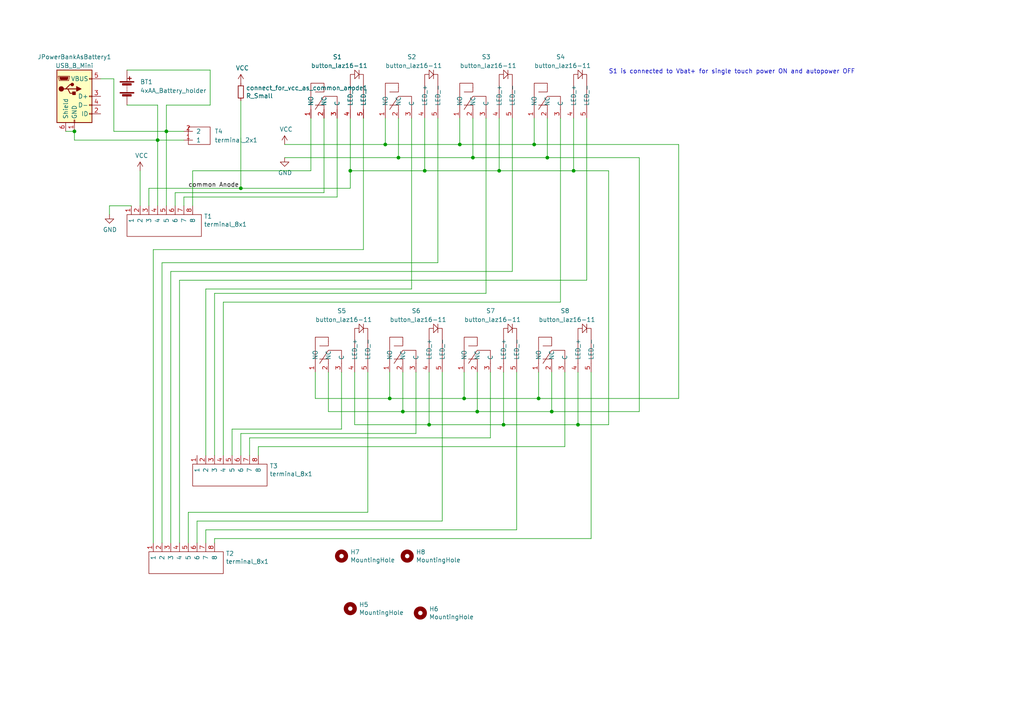
<source format=kicad_sch>
(kicad_sch (version 20211123) (generator eeschema)
  (paper "A4")
  (lib_symbols
    (symbol "Luciebox_components:4xAA_Battery_holder" (pin_numbers hide) (pin_names (offset 0) hide)
      (property "Reference" "BT" (at 2.54 2.54 0))
      (property "Value" "4xAA_Battery_holder" (at 2.54 0 0))
      (symbol "4xAA_Battery_holder_0_1"
        (rectangle (start -2.032 -1.397) (end 2.032 -1.651) (fill (type outline)))
        (rectangle (start -2.032 1.778) (end 2.032 1.524) (fill (type outline)))
        (rectangle (start -1.3208 -1.9812) (end 1.27 -2.4892) (fill (type outline)))
        (rectangle (start -1.3208 1.1938) (end 1.27 0.6858) (fill (type outline)))
        (polyline (pts (xy 0 -1.524) (xy 0 -1.27)))
        (polyline (pts (xy 0 -1.016) (xy 0 -0.762)))
        (polyline (pts (xy 0 -0.508) (xy 0 -0.254)))
        (polyline (pts (xy 0 0) (xy 0 0.254)))
        (polyline (pts (xy 0 0.508) (xy 0 0.762)))
        (polyline (pts (xy 0 1.778) (xy 0 2.54)))
        (polyline (pts (xy 0.254 2.667) (xy 1.27 2.667)) (stroke (width 0.254)))
        (polyline (pts (xy 0.762 3.175) (xy 0.762 2.159)) (stroke (width 0.254)))
      )
      (symbol "4xAA_Battery_holder_1_1"
        (pin passive line (at 0 5.08 270) (length 2.54) (name "+") (number "1"))
        (pin passive line (at 0 -5.08 90) (length 2.54) (name "-") (number "2"))
      )
    )
    (symbol "Luciebox_components:MountingHole" (pin_names (offset 1.016))
      (property "Reference" "H" (at 0 5.08 0))
      (property "Value" "MountingHole" (at 0 3.175 0))
      (symbol "MountingHole_0_1"
        (circle (center 0 0) (radius 1.27) (stroke (width 1.27)))
      )
    )
    (symbol "Luciebox_components:R_Small" (pin_numbers hide) (pin_names (offset 0.254) hide)
      (property "Reference" "R" (at 0.762 0.508 0))
      (property "Value" "R_Small" (at 0.762 -1.016 0))
      (symbol "R_Small_0_1"
        (rectangle (start -0.762 1.778) (end 0.762 -1.778) (stroke (width 0.2032)))
      )
      (symbol "R_Small_1_1"
        (pin passive line (at 0 2.54 270) (length 0.762) (name "~") (number "1"))
        (pin passive line (at 0 -2.54 90) (length 0.762) (name "~") (number "2"))
      )
    )
    (symbol "Luciebox_components:USB_B_Mini" (pin_names (offset 1.016))
      (property "Reference" "J" (at -5.08 11.43 0))
      (property "Value" "USB_B_Mini" (at -5.08 8.89 0))
      (symbol "USB_B_Mini_0_1"
        (rectangle (start -5.08 -7.62) (end 5.08 7.62) (stroke (width 0.254)) (fill (type background)))
        (circle (center -3.81 2.159) (radius 0.635) (stroke (width 0.254)) (fill (type outline)))
        (circle (center -0.635 3.429) (radius 0.381) (stroke (width 0.254)) (fill (type outline)))
        (rectangle (start -0.127 -7.62) (end 0.127 -6.858))
        (polyline (pts (xy -1.905 2.159) (xy 0.635 2.159)) (stroke (width 0.254)))
        (polyline (pts (xy -3.175 2.159) (xy -2.54 2.159) (xy -1.27 3.429) (xy -0.635 3.429)) (stroke (width 0.254)))
        (polyline (pts (xy -2.54 2.159) (xy -1.905 2.159) (xy -1.27 0.889) (xy 0 0.889)) (stroke (width 0.254)))
        (polyline (pts (xy 0.635 2.794) (xy 0.635 1.524) (xy 1.905 2.159) (xy 0.635 2.794)) (stroke (width 0.254)) (fill (type outline)))
        (polyline (pts (xy -4.318 5.588) (xy -1.778 5.588) (xy -2.032 4.826) (xy -4.064 4.826) (xy -4.318 5.588)) (fill (type outline)))
        (polyline (pts (xy -4.699 5.842) (xy -4.699 5.588) (xy -4.445 4.826) (xy -4.445 4.572) (xy -1.651 4.572) (xy -1.651 4.826) (xy -1.397 5.588) (xy -1.397 5.842) (xy -4.699 5.842)))
        (rectangle (start 0.254 1.27) (end -0.508 0.508) (stroke (width 0.254)) (fill (type outline)))
        (rectangle (start 5.08 -5.207) (end 4.318 -4.953))
        (rectangle (start 5.08 -2.667) (end 4.318 -2.413))
        (rectangle (start 5.08 -0.127) (end 4.318 0.127))
        (rectangle (start 5.08 4.953) (end 4.318 5.207))
      )
      (symbol "USB_B_Mini_1_1"
        (pin power_out line (at 0 -10.16 90) (length 2.54) (name "GND") (number "1"))
        (pin passive line (at 7.62 -5.08 180) (length 2.54) (name "ID") (number "2"))
        (pin passive line (at 7.62 0 180) (length 2.54) (name "D+") (number "3"))
        (pin passive line (at 7.62 -2.54 180) (length 2.54) (name "D-") (number "4"))
        (pin power_out line (at 7.62 5.08 180) (length 2.54) (name "VBUS") (number "5"))
        (pin passive line (at -2.54 -10.16 90) (length 2.54) (name "Shield") (number "6"))
      )
    )
    (symbol "Luciebox_components:button_laz16-11" (pin_names (offset 1.016))
      (property "Reference" "S" (at -1.27 6.35 0))
      (property "Value" "button_laz16-11" (at -1.27 6.35 0))
      (symbol "button_laz16-11_0_1"
        (polyline (pts (xy 6.35 -17.78) (xy 8.89 -17.78)))
        (polyline (pts (xy 3.81 -7.62) (xy 2.54 -7.62) (xy 2.54 -5.08)))
        (polyline (pts (xy -2.54 -11.43) (xy 1.27 -11.43) (xy 1.27 -7.62) (xy -2.54 -5.08)))
        (polyline (pts (xy -2.54 -3.81) (xy 5.08 -3.81) (xy 5.08 -7.62) (xy 3.81 -7.62)))
        (polyline (pts (xy -1.27 -5.08) (xy -1.27 -7.62) (xy -2.54 -7.62) (xy -1.27 -7.62)))
        (polyline (pts (xy 7.62 -17.78) (xy 7.62 -19.05) (xy -2.54 -19.05) (xy 2.54 -19.05)))
        (polyline (pts (xy -2.54 -15.24) (xy 7.62 -15.24) (xy 7.62 -16.51) (xy 6.35 -16.51) (xy 7.62 -17.78) (xy 8.89 -16.51) (xy 7.62 -16.51)))
      )
      (symbol "button_laz16-11_1_1"
        (pin input line (at -5.08 -3.81 0) (length 2.54) (name "NO") (number "1"))
        (pin input line (at -5.08 -7.62 0) (length 2.54) (name "NC") (number "2"))
        (pin input line (at -5.08 -11.43 0) (length 2.54) (name "C") (number "3"))
        (pin input line (at -5.08 -15.24 0) (length 2.54) (name "LED_+") (number "4"))
        (pin input line (at -5.08 -19.05 0) (length 2.54) (name "LED_-") (number "5"))
      )
    )
    (symbol "Luciebox_components:button_square" (pin_names (offset 1.016))
      (property "Reference" "S" (at -1.27 6.35 0))
      (property "Value" "button_square" (at -1.27 6.35 0))
      (symbol "button_square_0_1"
        (polyline (pts (xy 6.35 -17.78) (xy 8.89 -17.78)))
        (polyline (pts (xy 3.81 -7.62) (xy 2.54 -7.62) (xy 2.54 -5.08)))
        (polyline (pts (xy -2.54 -11.43) (xy 1.27 -11.43) (xy 1.27 -7.62) (xy -2.54 -5.08)))
        (polyline (pts (xy -2.54 -3.81) (xy 5.08 -3.81) (xy 5.08 -7.62) (xy 3.81 -7.62)))
        (polyline (pts (xy -1.27 -5.08) (xy -1.27 -7.62) (xy -2.54 -7.62) (xy -1.27 -7.62)))
        (polyline (pts (xy 7.62 -17.78) (xy 7.62 -19.05) (xy -2.54 -19.05) (xy 2.54 -19.05)))
        (polyline (pts (xy -2.54 -15.24) (xy 7.62 -15.24) (xy 7.62 -16.51) (xy 6.35 -16.51) (xy 7.62 -17.78) (xy 8.89 -16.51) (xy 7.62 -16.51)))
      )
      (symbol "button_square_1_1"
        (pin input line (at -5.08 -3.81 0) (length 2.54) (name "NO") (number "1"))
        (pin input line (at -5.08 -7.62 0) (length 2.54) (name "NC") (number "2"))
        (pin input line (at -5.08 -11.43 0) (length 2.54) (name "C") (number "3"))
        (pin input line (at -5.08 -15.24 0) (length 2.54) (name "LED_+") (number "4"))
        (pin input line (at -5.08 -19.05 0) (length 2.54) (name "LED_-") (number "5"))
      )
    )
    (symbol "Luciebox_components:terminal_2x1" (pin_names (offset 1.016))
      (property "Reference" "T" (at 0 6.35 0))
      (property "Value" "terminal_2x1" (at 2.54 -5.08 0))
      (symbol "terminal_2x1_0_0"
        (pin input line (at -1.27 0 0) (length 2.54) (name "1") (number "1"))
        (pin input line (at -1.27 2.54 0) (length 2.54) (name "2") (number "2"))
      )
      (symbol "terminal_2x1_0_1"
        (rectangle (start 0 3.81) (end 6.35 -1.27))
      )
    )
    (symbol "Luciebox_components:terminal_8x1" (pin_names (offset 1.016))
      (property "Reference" "T" (at -1.27 27.94 0))
      (property "Value" "terminal_8x1" (at 2.54 -5.08 0))
      (symbol "terminal_8x1_0_0"
        (pin input line (at -1.27 0 0) (length 2.54) (name "1") (number "1"))
        (pin input line (at -1.27 2.54 0) (length 2.54) (name "2") (number "2"))
        (pin input line (at -1.27 5.08 0) (length 2.54) (name "3") (number "3"))
        (pin input line (at -1.27 7.62 0) (length 2.54) (name "4") (number "4"))
        (pin input line (at -1.27 10.16 0) (length 2.54) (name "5") (number "5"))
        (pin input line (at -1.27 12.7 0) (length 2.54) (name "6") (number "6"))
        (pin input line (at -1.27 15.24 0) (length 2.54) (name "7") (number "7"))
        (pin input line (at -1.27 17.78 0) (length 2.54) (name "8") (number "8"))
      )
      (symbol "terminal_8x1_0_1"
        (rectangle (start 1.27 20.32) (end 7.62 -1.27))
      )
    )
    (symbol "power:GND" (power) (pin_names (offset 0))
      (property "Value" "GND" (at 0 -3.81 0))
      (symbol "GND_0_1"
        (polyline (pts (xy 0 0) (xy 0 -1.27) (xy 1.27 -1.27) (xy 0 -2.54) (xy -1.27 -1.27) (xy 0 -1.27)))
      )
      (symbol "GND_1_1"
        (pin power_in line (at 0 0 270) (length 0) hide (name "GND") (number "1"))
      )
    )
    (symbol "power:VCC" (power) (pin_names (offset 0))
      (property "Value" "VCC" (at 0 3.81 0))
      (symbol "VCC_0_1"
        (polyline (pts (xy -0.762 1.27) (xy 0 2.54)))
        (polyline (pts (xy 0 0) (xy 0 2.54)))
        (polyline (pts (xy 0 2.54) (xy 0.762 1.27)))
      )
      (symbol "VCC_1_1"
        (pin power_in line (at 0 0 90) (length 0) hide (name "VCC") (number "1"))
      )
    )
  )
  (junction (at 156.21 115.57))
  (junction (at 124.46 123.19))
  (junction (at 21.59 38.1))
  (junction (at 160.02 119.38))
  (junction (at 116.84 119.38))
  (junction (at 146.05 123.19))
  (junction (at 144.78 49.53))
  (junction (at 48.26 38.1))
  (junction (at 115.57 45.72))
  (junction (at 138.43 119.38))
  (junction (at 111.76 41.91))
  (junction (at 166.37 49.53))
  (junction (at 123.19 49.53))
  (junction (at 167.64 123.19))
  (junction (at 45.72 40.64))
  (junction (at 101.6 49.53))
  (junction (at 133.35 41.91))
  (junction (at 158.75 45.72))
  (junction (at 113.03 115.57))
  (junction (at 69.85 54.61))
  (junction (at 134.62 115.57))
  (junction (at 137.16 45.72))
  (junction (at 154.94 41.91))
  (wire (pts (xy 111.76 41.91) (xy 133.35 41.91)))
  (wire (pts (xy 69.85 54.61) (xy 101.6 54.61)))
  (wire (pts (xy 137.16 45.72) (xy 158.75 45.72)))
  (wire (pts (xy 142.24 127) (xy 72.39 127)))
  (wire (pts (xy 115.57 45.72) (xy 137.16 45.72)))
  (wire (pts (xy 176.53 123.19) (xy 167.64 123.19)))
  (wire (pts (xy 43.18 54.61) (xy 69.85 54.61)))
  (wire (pts (xy 44.45 72.39) (xy 105.41 72.39)))
  (wire (pts (xy 120.65 107.95) (xy 120.65 125.73)))
  (wire (pts (xy 196.85 41.91) (xy 196.85 115.57)))
  (wire (pts (xy 31.75 59.69) (xy 31.75 62.23)))
  (wire (pts (xy 49.53 78.74) (xy 49.53 157.48)))
  (wire (pts (xy 158.75 45.72) (xy 158.75 34.29)))
  (wire (pts (xy 72.39 127) (xy 72.39 132.08)))
  (wire (pts (xy 166.37 49.53) (xy 166.37 34.29)))
  (wire (pts (xy 105.41 34.29) (xy 105.41 72.39)))
  (wire (pts (xy 90.17 34.29) (xy 90.17 49.53)))
  (wire (pts (xy 124.46 123.19) (xy 146.05 123.19)))
  (wire (pts (xy 46.99 76.2) (xy 46.99 157.48)))
  (wire (pts (xy 62.23 156.21) (xy 171.45 156.21)))
  (wire (pts (xy 111.76 41.91) (xy 111.76 34.29)))
  (wire (pts (xy 62.23 85.09) (xy 140.97 85.09)))
  (wire (pts (xy 101.6 49.53) (xy 123.19 49.53)))
  (wire (pts (xy 67.31 124.46) (xy 67.31 132.08)))
  (wire (pts (xy 95.25 107.95) (xy 95.25 119.38)))
  (wire (pts (xy 59.69 83.82) (xy 59.69 132.08)))
  (wire (pts (xy 148.59 34.29) (xy 148.59 78.74)))
  (wire (pts (xy 162.56 34.29) (xy 162.56 87.63)))
  (wire (pts (xy 185.42 119.38) (xy 185.42 45.72)))
  (wire (pts (xy 146.05 123.19) (xy 167.64 123.19)))
  (wire (pts (xy 102.87 107.95) (xy 102.87 123.19)))
  (wire (pts (xy 49.53 78.74) (xy 148.59 78.74)))
  (wire (pts (xy 134.62 115.57) (xy 134.62 107.95)))
  (wire (pts (xy 45.72 40.64) (xy 21.59 40.64)))
  (wire (pts (xy 91.44 107.95) (xy 91.44 115.57)))
  (wire (pts (xy 138.43 119.38) (xy 138.43 107.95)))
  (wire (pts (xy 52.07 81.28) (xy 170.18 81.28)))
  (wire (pts (xy 19.05 38.1) (xy 21.59 38.1)))
  (wire (pts (xy 146.05 123.19) (xy 146.05 107.95)))
  (wire (pts (xy 113.03 115.57) (xy 134.62 115.57)))
  (wire (pts (xy 167.64 123.19) (xy 167.64 107.95)))
  (wire (pts (xy 82.55 41.91) (xy 111.76 41.91)))
  (wire (pts (xy 36.83 20.32) (xy 60.96 20.32)))
  (wire (pts (xy 133.35 41.91) (xy 154.94 41.91)))
  (wire (pts (xy 69.85 29.21) (xy 69.85 54.61)))
  (wire (pts (xy 101.6 34.29) (xy 101.6 49.53)))
  (wire (pts (xy 45.72 30.48) (xy 45.72 40.64)))
  (wire (pts (xy 101.6 49.53) (xy 101.6 54.61)))
  (wire (pts (xy 53.34 40.64) (xy 45.72 40.64)))
  (wire (pts (xy 43.18 54.61) (xy 43.18 59.69)))
  (wire (pts (xy 60.96 30.48) (xy 48.26 30.48)))
  (wire (pts (xy 170.18 81.28) (xy 170.18 34.29)))
  (wire (pts (xy 29.21 22.86) (xy 33.02 22.86)))
  (wire (pts (xy 52.07 81.28) (xy 52.07 157.48)))
  (wire (pts (xy 50.8 55.88) (xy 50.8 59.69)))
  (wire (pts (xy 138.43 119.38) (xy 160.02 119.38)))
  (wire (pts (xy 95.25 119.38) (xy 116.84 119.38)))
  (wire (pts (xy 142.24 127) (xy 142.24 107.95)))
  (wire (pts (xy 55.88 49.53) (xy 55.88 59.69)))
  (wire (pts (xy 134.62 115.57) (xy 156.21 115.57)))
  (wire (pts (xy 140.97 34.29) (xy 140.97 85.09)))
  (wire (pts (xy 160.02 119.38) (xy 160.02 107.95)))
  (wire (pts (xy 54.61 148.59) (xy 54.61 157.48)))
  (wire (pts (xy 44.45 72.39) (xy 44.45 157.48)))
  (wire (pts (xy 154.94 41.91) (xy 196.85 41.91)))
  (wire (pts (xy 60.96 20.32) (xy 60.96 30.48)))
  (wire (pts (xy 144.78 49.53) (xy 166.37 49.53)))
  (wire (pts (xy 119.38 83.82) (xy 59.69 83.82)))
  (wire (pts (xy 162.56 87.63) (xy 64.77 87.63)))
  (wire (pts (xy 36.83 30.48) (xy 45.72 30.48)))
  (wire (pts (xy 69.85 125.73) (xy 69.85 132.08)))
  (wire (pts (xy 144.78 49.53) (xy 144.78 34.29)))
  (wire (pts (xy 48.26 30.48) (xy 48.26 38.1)))
  (wire (pts (xy 123.19 49.53) (xy 144.78 49.53)))
  (wire (pts (xy 21.59 40.64) (xy 21.59 38.1)))
  (wire (pts (xy 154.94 41.91) (xy 154.94 34.29)))
  (wire (pts (xy 33.02 38.1) (xy 48.26 38.1)))
  (wire (pts (xy 99.06 107.95) (xy 99.06 124.46)))
  (wire (pts (xy 50.8 55.88) (xy 93.98 55.88)))
  (wire (pts (xy 48.26 38.1) (xy 53.34 38.1)))
  (wire (pts (xy 38.1 59.69) (xy 31.75 59.69)))
  (wire (pts (xy 97.79 57.15) (xy 53.34 57.15)))
  (wire (pts (xy 106.68 148.59) (xy 106.68 107.95)))
  (wire (pts (xy 156.21 115.57) (xy 156.21 107.95)))
  (wire (pts (xy 59.69 153.67) (xy 149.86 153.67)))
  (wire (pts (xy 176.53 49.53) (xy 166.37 49.53)))
  (wire (pts (xy 33.02 22.86) (xy 33.02 38.1)))
  (wire (pts (xy 123.19 49.53) (xy 123.19 34.29)))
  (wire (pts (xy 90.17 49.53) (xy 55.88 49.53)))
  (wire (pts (xy 163.83 107.95) (xy 163.83 129.54)))
  (wire (pts (xy 120.65 125.73) (xy 69.85 125.73)))
  (wire (pts (xy 116.84 119.38) (xy 138.43 119.38)))
  (wire (pts (xy 137.16 45.72) (xy 137.16 34.29)))
  (wire (pts (xy 171.45 156.21) (xy 171.45 107.95)))
  (wire (pts (xy 53.34 57.15) (xy 53.34 59.69)))
  (wire (pts (xy 82.55 45.72) (xy 115.57 45.72)))
  (wire (pts (xy 97.79 34.29) (xy 97.79 57.15)))
  (wire (pts (xy 91.44 115.57) (xy 113.03 115.57)))
  (wire (pts (xy 113.03 115.57) (xy 113.03 107.95)))
  (wire (pts (xy 64.77 87.63) (xy 64.77 132.08)))
  (wire (pts (xy 127 34.29) (xy 127 76.2)))
  (wire (pts (xy 115.57 45.72) (xy 115.57 34.29)))
  (wire (pts (xy 57.15 151.13) (xy 57.15 157.48)))
  (wire (pts (xy 116.84 119.38) (xy 116.84 107.95)))
  (wire (pts (xy 93.98 34.29) (xy 93.98 55.88)))
  (wire (pts (xy 40.64 49.53) (xy 40.64 59.69)))
  (wire (pts (xy 128.27 107.95) (xy 128.27 151.13)))
  (wire (pts (xy 57.15 151.13) (xy 128.27 151.13)))
  (wire (pts (xy 119.38 34.29) (xy 119.38 83.82)))
  (wire (pts (xy 54.61 148.59) (xy 106.68 148.59)))
  (wire (pts (xy 74.93 132.08) (xy 74.93 129.54)))
  (wire (pts (xy 133.35 41.91) (xy 133.35 34.29)))
  (wire (pts (xy 176.53 49.53) (xy 176.53 123.19)))
  (wire (pts (xy 46.99 76.2) (xy 127 76.2)))
  (wire (pts (xy 102.87 123.19) (xy 124.46 123.19)))
  (wire (pts (xy 185.42 45.72) (xy 158.75 45.72)))
  (wire (pts (xy 99.06 124.46) (xy 67.31 124.46)))
  (wire (pts (xy 62.23 132.08) (xy 62.23 85.09)))
  (wire (pts (xy 196.85 115.57) (xy 156.21 115.57)))
  (wire (pts (xy 74.93 129.54) (xy 163.83 129.54)))
  (wire (pts (xy 160.02 119.38) (xy 185.42 119.38)))
  (wire (pts (xy 149.86 153.67) (xy 149.86 107.95)))
  (wire (pts (xy 62.23 157.48) (xy 62.23 156.21)))
  (wire (pts (xy 59.69 157.48) (xy 59.69 153.67)))
  (wire (pts (xy 48.26 38.1) (xy 48.26 59.69)))
  (wire (pts (xy 124.46 123.19) (xy 124.46 107.95)))
  (wire (pts (xy 45.72 40.64) (xy 45.72 59.69)))
  (text "S1 is connected to Vbat+ for single touch power ON and autopower OFF" (at 176.53 21.59 0) (effects (font (size 1.27 1.27)) (justify left bottom)))
  (label "common Anode" (at 54.61 54.61 0))
  (symbol (lib_id "Luciebox_components:MountingHole") (at 101.6 176.53 0) (unit 1)
    (property "Reference" "H5" (at 104.14 175.3616 0) (effects (justify left)))
    (property "Value" "MountingHole" (at 104.14 177.673 0) (effects (justify left)))
    (property "Footprint" "Luciebox_components:MountingHole_4.3mm_M4" (effects hide))
  )
  (symbol (lib_id "Luciebox_components:button_square") (at 86.36 29.21 90) (unit 1)
    (property "Reference" "S1" (at 96.52 16.51 90) (effects (justify right)))
    (property "Value" "button_laz16-11" (at 90.17 19.05 90) (effects (justify right)))
    (property "Footprint" "Luciebox_components:button_square_17.5x17.5mm_big_holes" (effects hide))
  )
  (symbol (lib_id "Luciebox_components:button_laz16-11") (at 152.4 102.87 90) (unit 1)
    (property "Reference" "S8" (at 162.56 90.17 90) (effects (justify right)))
    (property "Value" "button_laz16-11" (at 156.21 92.71 90) (effects (justify right)))
    (property "Footprint" "Luciebox_components:button_LAZ16-11_big_holes" (effects hide))
  )
  (symbol (lib_id "Luciebox_components:button_square") (at 129.54 29.21 90) (unit 1)
    (property "Reference" "S3" (at 139.7 16.51 90) (effects (justify right)))
    (property "Value" "button_laz16-11" (at 133.35 19.05 90) (effects (justify right)))
    (property "Footprint" "Luciebox_components:button_square_17.5x17.5mm_big_holes" (effects hide))
  )
  (symbol (lib_id "Luciebox_components:MountingHole") (at 118.11 161.29 0) (unit 1)
    (property "Reference" "H8" (at 120.65 160.1216 0) (effects (justify left)))
    (property "Value" "MountingHole" (at 120.65 162.433 0) (effects (justify left)))
    (property "Footprint" "Luciebox_components:MountingHole_4.3mm_M4" (effects hide))
  )
  (symbol (lib_id "Luciebox_components:button_laz16-11") (at 109.22 102.87 90) (unit 1)
    (property "Reference" "S6" (at 119.38 90.17 90) (effects (justify right)))
    (property "Value" "button_laz16-11" (at 113.03 92.71 90) (effects (justify right)))
    (property "Footprint" "Luciebox_components:button_LAZ16-11_big_holes" (effects hide))
  )
  (symbol (lib_id "Luciebox_components:terminal_8x1") (at 38.1 60.96 270) (unit 1)
    (property "Reference" "T1" (at 59.1312 62.7634 90) (effects (justify left)))
    (property "Value" "terminal_8x1" (at 59.1312 65.0748 90) (effects (justify left)))
    (property "Footprint" "Luciebox_components:Terminal_8x1_100mil" (effects hide))
  )
  (symbol (lib_id "Luciebox_components:MountingHole") (at 99.06 161.29 0) (unit 1)
    (property "Reference" "H7" (at 101.6 160.1216 0) (effects (justify left)))
    (property "Value" "MountingHole" (at 101.6 162.433 0) (effects (justify left)))
    (property "Footprint" "Luciebox_components:MountingHole_4.3mm_M4" (effects hide))
  )
  (symbol (lib_id "Luciebox_components:button_square") (at 151.13 29.21 90) (unit 1)
    (property "Reference" "S4" (at 161.29 16.51 90) (effects (justify right)))
    (property "Value" "button_laz16-11" (at 154.94 19.05 90) (effects (justify right)))
    (property "Footprint" "Luciebox_components:button_square_17.5x17.5mm_big_holes" (effects hide))
  )
  (symbol (lib_id "Luciebox_components:button_square") (at 107.95 29.21 90) (unit 1)
    (property "Reference" "S2" (at 118.11 16.51 90) (effects (justify right)))
    (property "Value" "button_laz16-11" (at 111.76 19.05 90) (effects (justify right)))
    (property "Footprint" "Luciebox_components:button_square_17.5x17.5mm_big_holes" (effects hide))
  )
  (symbol (lib_id "Luciebox_components:terminal_2x1") (at 54.61 40.64 0) (unit 1)
    (property "Reference" "T4" (at 62.23 38.0999 0) (effects (justify left)))
    (property "Value" "terminal_2x1" (at 62.23 40.6399 0) (effects (justify left)))
    (property "Footprint" "Luciebox_components:Terminal_2x1_100mil" (effects hide))
  )
  (symbol (lib_id "power:GND") (at 82.55 45.72 0) (unit 1)
    (property "Reference" "#PWR04" (effects hide))
    (property "Value" "GND" (at 82.677 50.1142 0))
  )
  (symbol (lib_id "power:GND") (at 31.75 62.23 0) (unit 1)
    (property "Reference" "#PWR06" (effects hide))
    (property "Value" "GND" (at 31.877 66.6242 0))
  )
  (symbol (lib_id "Luciebox_components:USB_B_Mini") (at 21.59 27.94 0) (unit 1)
    (property "Reference" "JPowerBankAsBattery1" (at 21.59 16.51 0))
    (property "Value" "USB_B_Mini" (at 21.59 19.05 0))
    (property "Footprint" "Luciebox_components:usb_mini_Molex-0548190519" (effects hide))
  )
  (symbol (lib_id "power:VCC") (at 82.55 41.91 0) (unit 1)
    (property "Reference" "#PWR03" (effects hide))
    (property "Value" "VCC" (at 82.9818 37.5158 0))
  )
  (symbol (lib_id "Luciebox_components:button_laz16-11") (at 130.81 102.87 90) (unit 1)
    (property "Reference" "S7" (at 140.97 90.17 90) (effects (justify right)))
    (property "Value" "button_laz16-11" (at 134.62 92.71 90) (effects (justify right)))
    (property "Footprint" "Luciebox_components:button_LAZ16-11_big_holes" (effects hide))
  )
  (symbol (lib_id "Luciebox_components:MountingHole") (at 121.92 177.8 0) (unit 1)
    (property "Reference" "H6" (at 124.46 176.6316 0) (effects (justify left)))
    (property "Value" "MountingHole" (at 124.46 178.943 0) (effects (justify left)))
    (property "Footprint" "Luciebox_components:MountingHole_4.3mm_M4" (effects hide))
  )
  (symbol (lib_id "power:VCC") (at 40.64 49.53 0) (unit 1)
    (property "Reference" "#PWR05" (effects hide))
    (property "Value" "VCC" (at 41.0718 45.1358 0))
  )
  (symbol (lib_id "Luciebox_components:button_laz16-11") (at 87.63 102.87 90) (unit 1)
    (property "Reference" "S5" (at 97.79 90.17 90) (effects (justify right)))
    (property "Value" "button_laz16-11" (at 91.44 92.71 90) (effects (justify right)))
    (property "Footprint" "Luciebox_components:button_LAZ16-11_big_holes" (effects hide))
  )
  (symbol (lib_id "Luciebox_components:4xAA_Battery_holder") (at 36.83 25.4 0) (unit 1)
    (property "Reference" "BT1" (at 40.64 23.7489 0) (effects (justify left)))
    (property "Value" "4xAA_Battery_holder" (at 40.64 26.2889 0) (effects (justify left)))
    (property "Footprint" "Luciebox_components:BatteryHolder_4xAA" (effects hide))
  )
  (symbol (lib_id "Luciebox_components:R_Small") (at 69.85 26.67 0) (unit 1)
    (property "Reference" "connect_for_vcc_as_common_anode1" (at 71.3486 25.5016 0) (effects (justify left)))
    (property "Value" "R_Small" (at 71.3486 27.813 0) (effects (justify left)))
    (property "Footprint" "Luciebox_components:1206_0805" (effects hide))
  )
  (symbol (lib_id "Luciebox_components:terminal_8x1") (at 57.15 133.35 270) (unit 1)
    (property "Reference" "T3" (at 78.1812 135.1534 90) (effects (justify left)))
    (property "Value" "terminal_8x1" (at 78.1812 137.4648 90) (effects (justify left)))
    (property "Footprint" "Luciebox_components:Terminal_8x1_100mil" (effects hide))
  )
  (symbol (lib_id "Luciebox_components:terminal_8x1") (at 44.45 158.75 270) (unit 1)
    (property "Reference" "T2" (at 65.4812 160.5534 90) (effects (justify left)))
    (property "Value" "terminal_8x1" (at 65.4812 162.8648 90) (effects (justify left)))
    (property "Footprint" "Luciebox_components:Terminal_8x1_100mil" (effects hide))
  )
  (symbol (lib_id "power:VCC") (at 69.85 24.13 0) (unit 1)
    (property "Reference" "#PWR01" (effects hide))
    (property "Value" "VCC" (at 70.2818 19.7358 0))
  )
)
</source>
